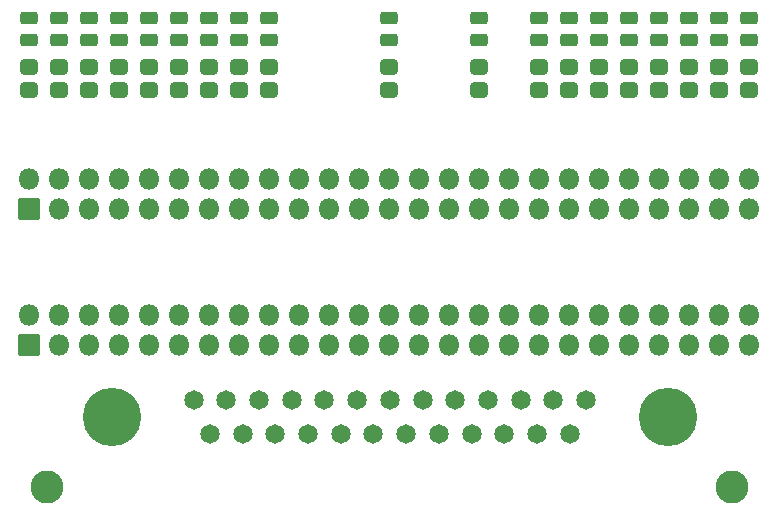
<source format=gbr>
%TF.GenerationSoftware,KiCad,Pcbnew,8.0.2*%
%TF.CreationDate,2024-12-18T21:51:39-06:00*%
%TF.ProjectId,daisy_chain_board,64616973-795f-4636-9861-696e5f626f61,rev?*%
%TF.SameCoordinates,Original*%
%TF.FileFunction,Soldermask,Top*%
%TF.FilePolarity,Negative*%
%FSLAX46Y46*%
G04 Gerber Fmt 4.6, Leading zero omitted, Abs format (unit mm)*
G04 Created by KiCad (PCBNEW 8.0.2) date 2024-12-18 21:51:39*
%MOMM*%
%LPD*%
G01*
G04 APERTURE LIST*
G04 Aperture macros list*
%AMRoundRect*
0 Rectangle with rounded corners*
0 $1 Rounding radius*
0 $2 $3 $4 $5 $6 $7 $8 $9 X,Y pos of 4 corners*
0 Add a 4 corners polygon primitive as box body*
4,1,4,$2,$3,$4,$5,$6,$7,$8,$9,$2,$3,0*
0 Add four circle primitives for the rounded corners*
1,1,$1+$1,$2,$3*
1,1,$1+$1,$4,$5*
1,1,$1+$1,$6,$7*
1,1,$1+$1,$8,$9*
0 Add four rect primitives between the rounded corners*
20,1,$1+$1,$2,$3,$4,$5,0*
20,1,$1+$1,$4,$5,$6,$7,0*
20,1,$1+$1,$6,$7,$8,$9,0*
20,1,$1+$1,$8,$9,$2,$3,0*%
G04 Aperture macros list end*
%ADD10RoundRect,0.050000X0.850000X-0.850000X0.850000X0.850000X-0.850000X0.850000X-0.850000X-0.850000X0*%
%ADD11O,1.800000X1.800000*%
%ADD12C,2.800000*%
%ADD13RoundRect,0.270833X0.479167X-0.379167X0.479167X0.379167X-0.479167X0.379167X-0.479167X-0.379167X0*%
%ADD14RoundRect,0.268750X-0.481250X0.268750X-0.481250X-0.268750X0.481250X-0.268750X0.481250X0.268750X0*%
%ADD15C,1.645000*%
%ADD16C,4.945000*%
G04 APERTURE END LIST*
D10*
%TO.C,J7*%
X82266500Y-30194500D03*
D11*
X82266500Y-27654500D03*
X84806500Y-30194500D03*
X84806500Y-27654500D03*
X87346500Y-30194500D03*
X87346500Y-27654500D03*
X89886500Y-30194500D03*
X89886500Y-27654500D03*
X92426500Y-30194500D03*
X92426500Y-27654500D03*
X94966500Y-30194500D03*
X94966500Y-27654500D03*
X97506500Y-30194500D03*
X97506500Y-27654500D03*
X100046500Y-30194500D03*
X100046500Y-27654500D03*
X102586500Y-30194500D03*
X102586500Y-27654500D03*
X105126500Y-30194500D03*
X105126500Y-27654500D03*
X107666500Y-30194500D03*
X107666500Y-27654500D03*
X110206500Y-30194500D03*
X110206500Y-27654500D03*
X112746500Y-30194500D03*
X112746500Y-27654500D03*
X115286500Y-30194500D03*
X115286500Y-27654500D03*
X117826500Y-30194500D03*
X117826500Y-27654500D03*
X120366500Y-30194500D03*
X120366500Y-27654500D03*
X122906500Y-30194500D03*
X122906500Y-27654500D03*
X125446500Y-30194500D03*
X125446500Y-27654500D03*
X127986500Y-30194500D03*
X127986500Y-27654500D03*
X130526500Y-30194500D03*
X130526500Y-27654500D03*
X133066500Y-30194500D03*
X133066500Y-27654500D03*
X135606500Y-30194500D03*
X135606500Y-27654500D03*
X138146500Y-30194500D03*
X138146500Y-27654500D03*
X140686500Y-30194500D03*
X140686500Y-27654500D03*
X143226500Y-30194500D03*
X143226500Y-27654500D03*
%TD*%
D12*
%TO.C,H5*%
X83800000Y-42200000D03*
%TD*%
%TO.C,H6*%
X141800000Y-42200000D03*
%TD*%
D13*
%TO.C,R14*%
X125446500Y-8600000D03*
X125446500Y-6600000D03*
%TD*%
%TO.C,R8*%
X100046500Y-8600000D03*
X100046500Y-6600000D03*
%TD*%
%TO.C,R12*%
X112746500Y-8600000D03*
X112746500Y-6600000D03*
%TD*%
D14*
%TO.C,D15*%
X127986500Y-2502500D03*
X127986500Y-4377500D03*
%TD*%
%TO.C,D9*%
X102586500Y-2502500D03*
X102586500Y-4377500D03*
%TD*%
%TO.C,D3*%
X87346500Y-2502500D03*
X87346500Y-4377500D03*
%TD*%
%TO.C,D12*%
X112746500Y-2502500D03*
X112746500Y-4377500D03*
%TD*%
D13*
%TO.C,R17*%
X133066500Y-8600000D03*
X133066500Y-6600000D03*
%TD*%
D14*
%TO.C,D8*%
X100046500Y-2502500D03*
X100046500Y-4377500D03*
%TD*%
D13*
%TO.C,R15*%
X127986500Y-8600000D03*
X127986500Y-6600000D03*
%TD*%
D14*
%TO.C,D21*%
X143226500Y-2502500D03*
X143226500Y-4377500D03*
%TD*%
D13*
%TO.C,R1*%
X82266500Y-8600000D03*
X82266500Y-6600000D03*
%TD*%
%TO.C,R5*%
X92426500Y-8600000D03*
X92426500Y-6600000D03*
%TD*%
D14*
%TO.C,D17*%
X133066500Y-2502500D03*
X133066500Y-4377500D03*
%TD*%
D13*
%TO.C,R19*%
X138146500Y-8600000D03*
X138146500Y-6600000D03*
%TD*%
D14*
%TO.C,D6*%
X94966500Y-2502500D03*
X94966500Y-4377500D03*
%TD*%
%TO.C,D16*%
X130526500Y-2502500D03*
X130526500Y-4377500D03*
%TD*%
D13*
%TO.C,R7*%
X97506500Y-8600000D03*
X97506500Y-6600000D03*
%TD*%
D14*
%TO.C,D5*%
X92426500Y-2502500D03*
X92426500Y-4377500D03*
%TD*%
%TO.C,D1*%
X82266500Y-2502500D03*
X82266500Y-4377500D03*
%TD*%
%TO.C,D14*%
X125446500Y-2502500D03*
X125446500Y-4377500D03*
%TD*%
%TO.C,D2*%
X84806500Y-2502500D03*
X84806500Y-4377500D03*
%TD*%
%TO.C,D4*%
X89886500Y-2502500D03*
X89886500Y-4377500D03*
%TD*%
D13*
%TO.C,R4*%
X89886500Y-8600000D03*
X89886500Y-6600000D03*
%TD*%
D14*
%TO.C,D19*%
X138146500Y-2502500D03*
X138146500Y-4377500D03*
%TD*%
%TO.C,D13*%
X120366500Y-2502500D03*
X120366500Y-4377500D03*
%TD*%
D13*
%TO.C,R2*%
X84806500Y-8600000D03*
X84806500Y-6600000D03*
%TD*%
%TO.C,R20*%
X140686500Y-8600000D03*
X140686500Y-6600000D03*
%TD*%
%TO.C,R18*%
X135606500Y-8600000D03*
X135606500Y-6600000D03*
%TD*%
D14*
%TO.C,D7*%
X97506500Y-2502500D03*
X97506500Y-4377500D03*
%TD*%
D10*
%TO.C,J1*%
X82266500Y-18630000D03*
D11*
X82266500Y-16090000D03*
X84806500Y-18630000D03*
X84806500Y-16090000D03*
X87346500Y-18630000D03*
X87346500Y-16090000D03*
X89886500Y-18630000D03*
X89886500Y-16090000D03*
X92426500Y-18630000D03*
X92426500Y-16090000D03*
X94966500Y-18630000D03*
X94966500Y-16090000D03*
X97506500Y-18630000D03*
X97506500Y-16090000D03*
X100046500Y-18630000D03*
X100046500Y-16090000D03*
X102586500Y-18630000D03*
X102586500Y-16090000D03*
X105126500Y-18630000D03*
X105126500Y-16090000D03*
X107666500Y-18630000D03*
X107666500Y-16090000D03*
X110206500Y-18630000D03*
X110206500Y-16090000D03*
X112746500Y-18630000D03*
X112746500Y-16090000D03*
X115286500Y-18630000D03*
X115286500Y-16090000D03*
X117826500Y-18630000D03*
X117826500Y-16090000D03*
X120366500Y-18630000D03*
X120366500Y-16090000D03*
X122906500Y-18630000D03*
X122906500Y-16090000D03*
X125446500Y-18630000D03*
X125446500Y-16090000D03*
X127986500Y-18630000D03*
X127986500Y-16090000D03*
X130526500Y-18630000D03*
X130526500Y-16090000D03*
X133066500Y-18630000D03*
X133066500Y-16090000D03*
X135606500Y-18630000D03*
X135606500Y-16090000D03*
X138146500Y-18630000D03*
X138146500Y-16090000D03*
X140686500Y-18630000D03*
X140686500Y-16090000D03*
X143226500Y-18630000D03*
X143226500Y-16090000D03*
%TD*%
D14*
%TO.C,D20*%
X140686500Y-2502500D03*
X140686500Y-4377500D03*
%TD*%
D13*
%TO.C,R9*%
X102586500Y-8600000D03*
X102586500Y-6600000D03*
%TD*%
%TO.C,R3*%
X87346500Y-8600000D03*
X87346500Y-6600000D03*
%TD*%
%TO.C,R16*%
X130526500Y-8600000D03*
X130526500Y-6600000D03*
%TD*%
%TO.C,R13*%
X120366500Y-8600000D03*
X120366500Y-6600000D03*
%TD*%
D14*
%TO.C,D18*%
X135606500Y-2502500D03*
X135606500Y-4377500D03*
%TD*%
D13*
%TO.C,R6*%
X94966500Y-8600000D03*
X94966500Y-6600000D03*
%TD*%
%TO.C,R21*%
X143226500Y-8600000D03*
X143226500Y-6600000D03*
%TD*%
D15*
%TO.C,J8*%
X129420000Y-34830000D03*
X126650000Y-34830000D03*
X123880000Y-34830000D03*
X121110000Y-34830000D03*
X118340000Y-34830000D03*
X115570000Y-34830000D03*
X112800000Y-34830000D03*
X110030000Y-34830000D03*
X107260000Y-34830000D03*
X104490000Y-34830000D03*
X101720000Y-34830000D03*
X98950000Y-34830000D03*
X96180000Y-34830000D03*
X128035000Y-37670000D03*
X125265000Y-37670000D03*
X122495000Y-37670000D03*
X119725000Y-37670000D03*
X116955000Y-37670000D03*
X114185000Y-37670000D03*
X111415000Y-37670000D03*
X108645000Y-37670000D03*
X105875000Y-37670000D03*
X103105000Y-37670000D03*
X100335000Y-37670000D03*
X97565000Y-37670000D03*
D16*
X136320000Y-36250000D03*
X89280000Y-36250000D03*
%TD*%
M02*

</source>
